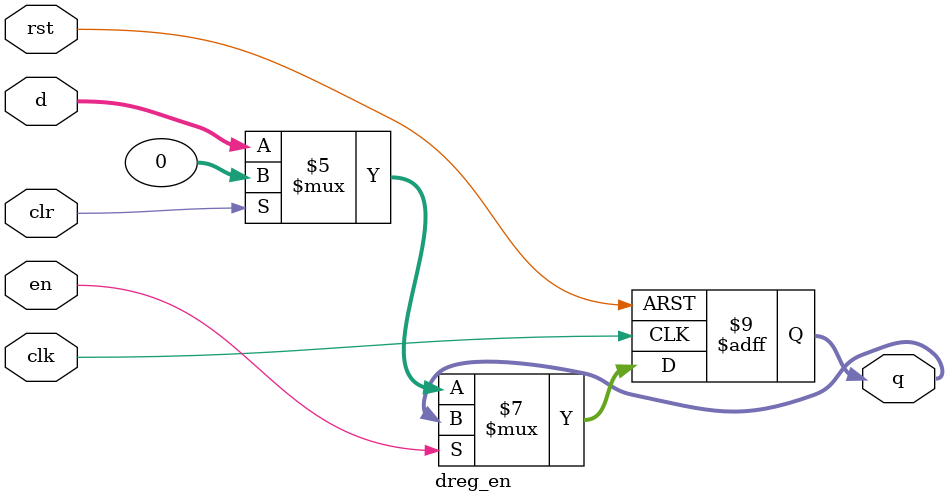
<source format=v>
`timescale 1ns / 1ps

module dreg_en #(parameter WIDTH = 32)(
        input  wire             clk,
        input  wire             rst,
        input  wire             clr,
        input  wire             en,
        input  wire [WIDTH-1:0] d,
        output reg  [WIDTH-1:0] q
    );

    always @ (posedge clk, posedge rst) begin
        if      (rst) q <= 0;
        else if	(~en) 
		begin
			if(clr) q <= 0;	
		    else q <= d;
		end
        else q <= q;
    end
endmodule

</source>
